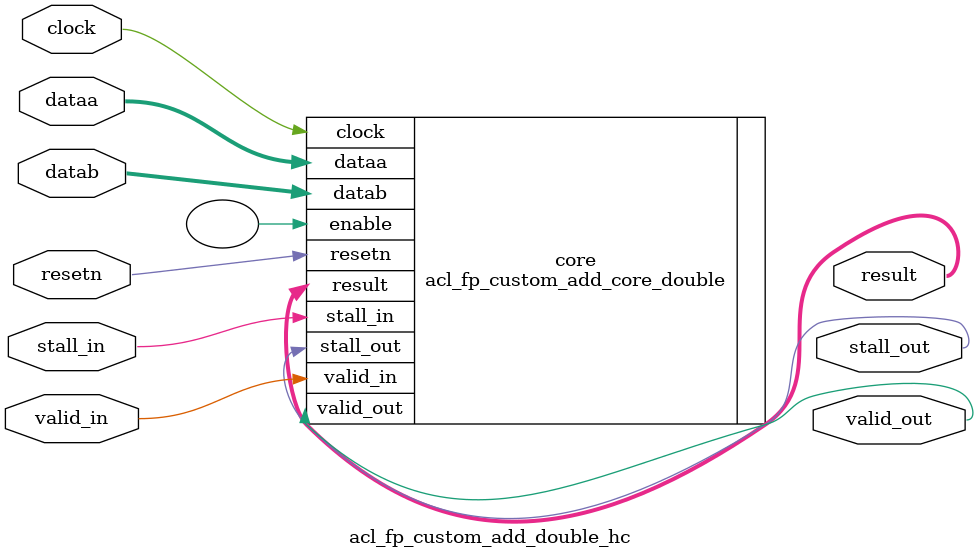
<source format=v>
    


module acl_fp_custom_add_double_hc (
	clock,
  resetn,
	dataa,
	datab,
	result,
  valid_in,
  valid_out,
  stall_in,
  stall_out);

	input	  clock, resetn;
	input	[63:0]  dataa;
	input	[63:0]  datab;
	output [63:0]  result;
	input	 valid_in, stall_in;
	output valid_out, stall_out;
  
  // Latency 10
  acl_fp_custom_add_core_double core(
    .clock(clock),
    .resetn(resetn),
    .dataa(dataa),
    .datab(datab),
    .result(result),
    .valid_in(valid_in),
    .valid_out(valid_out),
    .stall_in(stall_in),
    .stall_out(stall_out),
    .enable());
	defparam core.HIGH_CAPACITY = 1;
	defparam core.FLUSH_DENORMS = 0;
	defparam core.HIGH_LATENCY = 1;
	defparam core.ROUNDING_MODE = 0;

endmodule

</source>
